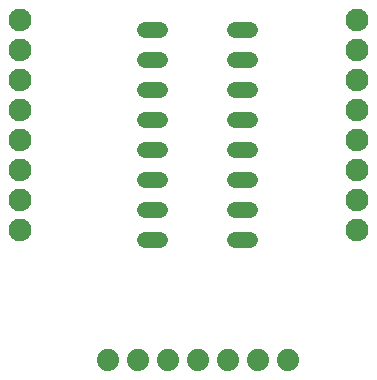
<source format=gbr>
G04 EAGLE Gerber X2 export*
%TF.Part,Single*%
%TF.FileFunction,Copper,L1,Top,Mixed*%
%TF.FilePolarity,Positive*%
%TF.GenerationSoftware,Autodesk,EAGLE,8.6.0*%
%TF.CreationDate,2018-02-23T21:09:10Z*%
G75*
%MOMM*%
%FSLAX34Y34*%
%LPD*%
%AMOC8*
5,1,8,0,0,1.08239X$1,22.5*%
G01*
%ADD10C,1.320800*%
%ADD11C,1.879600*%
%ADD12C,1.930400*%


D10*
X133096Y317500D02*
X146304Y317500D01*
X146304Y292100D02*
X133096Y292100D01*
X133096Y165100D02*
X146304Y165100D01*
X146304Y139700D02*
X133096Y139700D01*
X133096Y266700D02*
X146304Y266700D01*
X146304Y241300D02*
X133096Y241300D01*
X133096Y190500D02*
X146304Y190500D01*
X146304Y215900D02*
X133096Y215900D01*
X209296Y139700D02*
X222504Y139700D01*
X222504Y165100D02*
X209296Y165100D01*
X209296Y190500D02*
X222504Y190500D01*
X222504Y215900D02*
X209296Y215900D01*
X209296Y241300D02*
X222504Y241300D01*
X222504Y266700D02*
X209296Y266700D01*
X209296Y292100D02*
X222504Y292100D01*
X222504Y317500D02*
X209296Y317500D01*
D11*
X101600Y38100D03*
X127000Y38100D03*
X152400Y38100D03*
X177800Y38100D03*
X203200Y38100D03*
X228600Y38100D03*
X254000Y38100D03*
D12*
X312750Y147650D03*
X312750Y173050D03*
X312750Y198450D03*
X312750Y223850D03*
X312750Y249250D03*
X312750Y274650D03*
X312750Y300050D03*
X312750Y325450D03*
X27750Y325450D03*
X27750Y300050D03*
X27750Y274650D03*
X27750Y249250D03*
X27750Y223850D03*
X27750Y198450D03*
X27750Y173050D03*
X27750Y147650D03*
M02*

</source>
